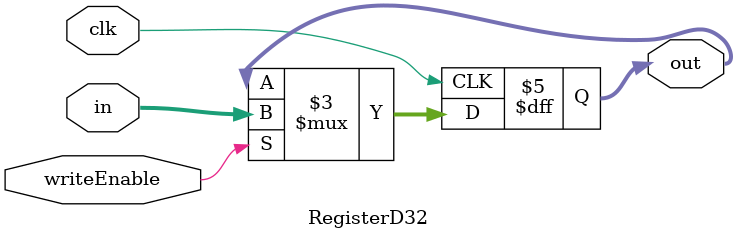
<source format=v>
module RegisterD32(
  input wire clk,
  input wire writeEnable,
  input wire [31:0] in,
  output reg [31:0] out
);

always @(posedge clk) begin
if (writeEnable)
  out <= in;
end

initial begin
	out <= 32'b0;
end

endmodule

</source>
